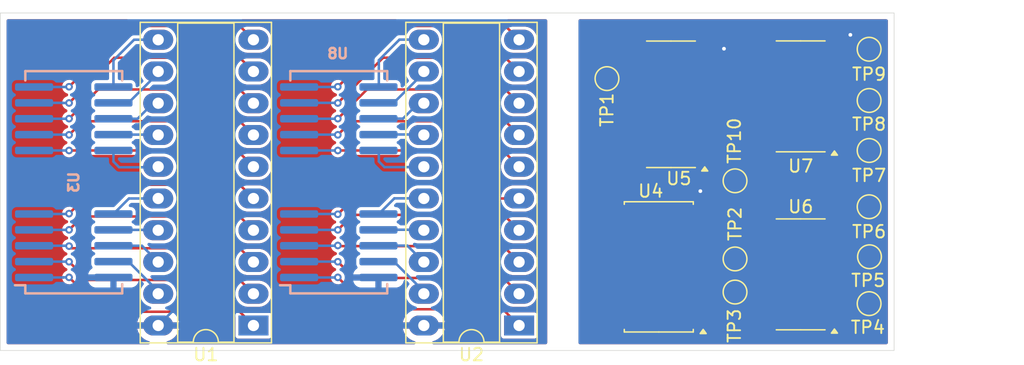
<source format=kicad_pcb>
(kicad_pcb (version 20240108) (generator "pcbnew") (generator_version "8.0")
  (layers (0 "F.Cu" signal) (31 "B.Cu" signal) (34 "B.Paste" user) (35 "F.Paste" user) (36 "B.SilkS" user "B.Silkscreen") (37 "F.SilkS" user "F.Silkscreen") (38 "B.Mask" user) (39 "F.Mask" user) (44 "Edge.Cuts" user))
  (net 0 "")
  (net 1 "VCC")
  (net 2 "GND")
  (net 3 "/A1A")
  (net 4 "/A9A")
  (net 5 "Net-(U4-Rb)")
  (net 10 "/~{CSWR}")
  (net 11 "Net-(U4-Q1)")
  (net 12 "Net-(U4-Ra)")
  (net 15 "Net-(U4-D1)")
  (net 20 "/~{CSRD}")
  (net 28 "Net-(U6-Pad8)")
  (net 29 "Net-(TP6-Pad1)")
  (net 30 "Net-(TP5-Pad1)")
  (net 31 "Net-(TP8-Pad1)")
  (net 32 "Net-(U7-Pad10)")
  (net 33 "Net-(TP7-Pad1)")
  (net 34 "Net-(TP10-Pad1)")
  (net 35 "/A7A")
  (net 36 "/A5A")
  (net 37 "/A6A")
  (net 38 "/~{RASA}")
  (net 39 "/VccA")
  (net 40 "/A4A")
  (net 41 "/A3A")
  (net 42 "/DQ2A")
  (net 43 "/~{CASA}")
  (net 44 "/A2A")
  (net 45 "/~{WEA}")
  (net 46 "/A0A")
  (net 47 "/Vss")
  (net 48 "/DQ0A")
  (net 49 "/A8A")
  (net 50 "/DQ3A")
  (net 51 "/DQ1A")
  (net 52 "/A5B")
  (net 53 "/~{RASB}")
  (net 54 "/A8B")
  (net 55 "/A3B")
  (net 56 "/A0B")
  (net 57 "/DQ0B")
  (net 58 "/DQ2B")
  (net 59 "/~{WEB}")
  (net 60 "/A2B")
  (net 61 "/A9B")
  (net 62 "/DQ3B")
  (net 63 "/A4B")
  (net 64 "/A1B")
  (net 65 "/~{CASB}")
  (net 66 "/VccB")
  (net 67 "/A6B")
  (net 68 "/DQ1B")
  (net 69 "/A7B")
  (net 70 "/~{OEA}")
  (net 71 "/~{OEB}")
  (footprint "Library:break_line" (layer "F.Cu") (at 154 98.8)
    (property "Reference" "REF**" (hide yes))
    (property "Value" "break_line" (hide yes))
    (pad "" np_thru_hole circle (at 0 -12) (size 1 1) (drill 1.2) (layers "F&B.Cu"))
    (pad "" np_thru_hole circle (at 0 -10.5) (size 1 1) (drill 1.2) (layers "F&B.Cu"))
    (pad "" np_thru_hole circle (at 0 -9) (size 1 1) (drill 1.2) (layers "F&B.Cu"))
    (pad "" np_thru_hole circle (at 0 -7.5) (size 1 1) (drill 1.2) (layers "F&B.Cu"))
    (pad "" np_thru_hole circle (at 0 -6) (size 1 1) (drill 1.2) (layers "F&B.Cu"))
    (pad "" np_thru_hole circle (at 0 -4.5) (size 1 1) (drill 1.2) (layers "F&B.Cu"))
    (pad "" np_thru_hole circle (at 0 -3) (size 1 1) (drill 1.2) (layers "F&B.Cu"))
    (pad "" np_thru_hole circle (at 0 -1.5) (size 1 1) (drill 1.2) (layers "F&B.Cu"))
    (pad "" np_thru_hole circle (at 0 0) (size 1 1) (drill 1.2) (layers "F&B.Cu"))
    (pad "" np_thru_hole circle (at 0 1.5) (size 1 1) (drill 1.2) (layers "F&B.Cu"))
    (pad "" np_thru_hole circle (at 0 3) (size 1 1) (drill 1.2) (layers "F&B.Cu"))
    (pad "" np_thru_hole circle (at 0 4.5) (size 1 1) (drill 1.2) (layers "F&B.Cu"))
    (pad "" np_thru_hole circle (at 0 6) (size 1 1) (drill 1.2) (layers "F&B.Cu"))
    (pad "" np_thru_hole circle (at 0 7.5) (size 1 1) (drill 1.2) (layers "F&B.Cu"))
    (pad "" np_thru_hole circle (at 0 9) (size 1 1) (drill 1.2) (layers "F&B.Cu"))
    (pad "" np_thru_hole circle (at 0 10.5) (size 1 1) (drill 1.2) (layers "F&B.Cu"))
    (pad "" np_thru_hole circle (at 0 12) (size 1 1) (drill 1.2) (layers "F&B.Cu"))
  )
  (footprint "TestPoint:TestPoint_Pad_D1.5mm" (layer "F.Cu") (at 178.5 108.5 90)
    (property "Reference" "TP4" (at -1.9 -0.1 0) (layer "F.SilkS"))
    (property "Value" "5V")
    (pad "1" smd circle (at 0 0 90) (size 1.5 1.5) (layers "F.Cu" "F.Mask") (net 1 "VCC"))
  )
  (footprint "Package_SO:SOIC-16W_5.3x10.2mm_P1.27mm" (layer "F.Cu") (at 161.675 105.56 180)
    (property "Reference" "U4" (at 0.645 6.06 0) (layer "F.SilkS"))
    (property "Value" "SN74LS670D" (hide yes))
    (pad "1" smd roundrect (at -3.25 -4.445 180) (size 2.4 0.6) (layers "F.Cu" "F.Paste" "F.Mask"))
    (pad "2" smd roundrect (at -3.25 -3.175 180) (size 2.4 0.6) (layers "F.Cu" "F.Paste" "F.Mask"))
    (pad "3" smd roundrect (at -3.25 -1.905 180) (size 2.4 0.6) (layers "F.Cu" "F.Paste" "F.Mask"))
    (pad "4" smd roundrect (at -3.25 -0.635 180) (size 2.4 0.6) (layers "F.Cu" "F.Paste" "F.Mask") (net 5 "Net-(U4-Rb)"))
    (pad "5" smd roundrect (at -3.25 0.635 180) (size 2.4 0.6) (layers "F.Cu" "F.Paste" "F.Mask") (net 12 "Net-(U4-Ra)"))
    (pad "6" smd roundrect (at -3.25 1.905 180) (size 2.4 0.6) (layers "F.Cu" "F.Paste" "F.Mask"))
    (pad "7" smd roundrect (at -3.25 3.175 180) (size 2.4 0.6) (layers "F.Cu" "F.Paste" "F.Mask"))
    (pad "8" smd roundrect (at -3.25 4.445 180) (size 2.4 0.6) (layers "F.Cu" "F.Paste" "F.Mask") (net 2 "GND"))
    (pad "9" smd roundrect (at 3.25 4.445 180) (size 2.4 0.6) (layers "F.Cu" "F.Paste" "F.Mask"))
    (pad "10" smd roundrect (at 3.25 3.175 180) (size 2.4 0.6) (layers "F.Cu" "F.Paste" "F.Mask") (net 11 "Net-(U4-Q1)"))
    (pad "11" smd roundrect (at 3.25 1.905 180) (size 2.4 0.6) (layers "F.Cu" "F.Paste" "F.Mask") (net 2 "GND"))
    (pad "12" smd roundrect (at 3.25 0.635 180) (size 2.4 0.6) (layers "F.Cu" "F.Paste" "F.Mask") (net 10 "/~{CSWR}"))
    (pad "13" smd roundrect (at 3.25 -0.635 180) (size 2.4 0.6) (layers "F.Cu" "F.Paste" "F.Mask") (net 5 "Net-(U4-Rb)"))
    (pad "14" smd roundrect (at 3.25 -1.905 180) (size 2.4 0.6) (layers "F.Cu" "F.Paste" "F.Mask") (net 12 "Net-(U4-Ra)"))
    (pad "15" smd roundrect (at 3.25 -3.175 180) (size 2.4 0.6) (layers "F.Cu" "F.Paste" "F.Mask") (net 15 "Net-(U4-D1)"))
    (pad "16" smd roundrect (at 3.25 -4.445 180) (size 2.4 0.6) (layers "F.Cu" "F.Paste" "F.Mask") (net 1 "VCC"))
  )
  (footprint "Package_SO:SOIC-14_3.9x8.7mm_P1.27mm" (layer "F.Cu") (at 173.025 106.16 180)
    (property "Reference" "U6" (at -0.005 5.41 0) (layer "F.SilkS"))
    (property "Value" "CD74HCT30M96" (hide yes))
    (pad "1" smd roundrect (at -2.475 -3.81 180) (size 1.95 0.6) (layers "F.Cu" "F.Paste" "F.Mask") (net 1 "VCC"))
    (pad "2" smd roundrect (at -2.475 -2.54 180) (size 1.95 0.6) (layers "F.Cu" "F.Paste" "F.Mask") (net 1 "VCC"))
    (pad "3" smd roundrect (at -2.475 -1.27 180) (size 1.95 0.6) (layers "F.Cu" "F.Paste" "F.Mask") (net 1 "VCC"))
    (pad "4" smd roundrect (at -2.475 0 180) (size 1.95 0.6) (layers "F.Cu" "F.Paste" "F.Mask") (net 1 "VCC"))
    (pad "5" smd roundrect (at -2.475 1.27 180) (size 1.95 0.6) (layers "F.Cu" "F.Paste" "F.Mask") (net 30 "Net-(TP5-Pad1)"))
    (pad "6" smd roundrect (at -2.475 2.54 180) (size 1.95 0.6) (layers "F.Cu" "F.Paste" "F.Mask") (net 29 "Net-(TP6-Pad1)"))
    (pad "7" smd roundrect (at -2.475 3.81 180) (size 1.95 0.6) (layers "F.Cu" "F.Paste" "F.Mask") (net 2 "GND"))
    (pad "8" smd roundrect (at 2.475 3.81 180) (size 1.95 0.6) (layers "F.Cu" "F.Paste" "F.Mask") (net 28 "Net-(U6-Pad8)"))
    (pad "9" smd roundrect (at 2.475 2.54 180) (size 1.95 0.6) (layers "F.Cu" "F.Paste" "F.Mask"))
    (pad "10" smd roundrect (at 2.475 1.27 180) (size 1.95 0.6) (layers "F.Cu" "F.Paste" "F.Mask"))
    (pad "11" smd roundrect (at 2.475 0 180) (size 1.95 0.6) (layers "F.Cu" "F.Paste" "F.Mask") (net 1 "VCC"))
    (pad "12" smd roundrect (at 2.475 -1.27 180) (size 1.95 0.6) (layers "F.Cu" "F.Paste" "F.Mask") (net 1 "VCC"))
    (pad "13" smd roundrect (at 2.475 -2.54 180) (size 1.95 0.6) (layers "F.Cu" "F.Paste" "F.Mask"))
    (pad "14" smd roundrect (at 2.475 -3.81 180) (size 1.95 0.6) (layers "F.Cu" "F.Paste" "F.Mask") (net 1 "VCC"))
  )
  (footprint "TestPoint:TestPoint_Pad_D1.5mm" (layer "F.Cu") (at 178.53 104.75 90)
    (property "Reference" "TP5" (at -1.9 -0.1 0) (layer "F.SilkS"))
    (property "Value" "A4")
    (pad "1" smd circle (at 0 0 90) (size 1.5 1.5) (layers "F.Cu" "F.Mask") (net 30 "Net-(TP5-Pad1)"))
  )
  (footprint "Library:DIP-20_W7.62mm_B2B" (layer "F.Cu") (at 129.25 110.25 180)
    (property "Reference" "U1" (at 3.81 -2.33 180) (layer "F.SilkS"))
    (property "Value" "220-1-20-003")
    (pad "1" thru_hole rect (at 0 0 180) (size 2.4 1.6) (drill 0.9) (layers "*.Cu" "*.Mask") (net 48 "/DQ0A"))
    (pad "2" thru_hole oval (at 0 2.54 180) (size 2.4 1.6) (drill 0.9) (layers "*.Cu" "*.Mask") (net 51 "/DQ1A"))
    (pad "3" thru_hole oval (at 0 5.08 180) (size 2.4 1.6) (drill 0.9) (layers "*.Cu" "*.Mask") (net 45 "/~{WEA}"))
    (pad "4" thru_hole oval (at 0 7.62 180) (size 2.4 1.6) (drill 0.9) (layers "*.Cu" "*.Mask") (net 38 "/~{RASA}"))
    (pad "5" thru_hole oval (at 0 10.16 180) (size 2.4 1.6) (drill 0.9) (layers "*.Cu" "*.Mask") (net 4 "/A9A"))
    (pad "6" thru_hole oval (at 0 12.7 180) (size 2.4 1.6) (drill 0.9) (layers "*.Cu" "*.Mask") (net 46 "/A0A"))
    (pad "7" thru_hole oval (at 0 15.24 180) (size 2.4 1.6) (drill 0.9) (layers "*.Cu" "*.Mask") (net 3 "/A1A"))
    (pad "8" thru_hole oval (at 0 17.78 180) (size 2.4 1.6) (drill 0.9) (layers "*.Cu" "*.Mask") (net 44 "/A2A"))
    (pad "9" thru_hole oval (at 0 20.32 180) (size 2.4 1.6) (drill 0.9) (layers "*.Cu" "*.Mask") (net 41 "/A3A"))
    (pad "10" thru_hole oval (at 0 22.86 180) (size 2.4 1.6) (drill 0.9) (layers "*.Cu" "*.Mask") (net 39 "/VccA"))
    (pad "11" thru_hole oval (at 7.62 22.86 180) (size 2.4 1.6) (drill 0.9) (layers "*.Cu" "*.Mask") (net 40 "/A4A"))
    (pad "12" thru_hole oval (at 7.62 20.32 180) (size 2.4 1.6) (drill 0.9) (layers "*.Cu" "*.Mask") (net 36 "/A5A"))
    (pad "13" thru_hole oval (at 7.62 17.78 180) (size 2.4 1.6) (drill 0.9) (layers "*.Cu" "*.Mask") (net 37 "/A6A"))
    (pad "14" thru_hole oval (at 7.62 15.24 180) (size 2.4 1.6) (drill 0.9) (layers "*.Cu" "*.Mask") (net 35 "/A7A"))
    (pad "15" thru_hole oval (at 7.62 12.7 180) (size 2.4 1.6) (drill 0.9) (layers "*.Cu" "*.Mask") (net 49 "/A8A"))
    (pad "16" thru_hole oval (at 7.62 10.16 180) (size 2.4 1.6) (drill 0.9) (layers "*.Cu" "*.Mask") (net 70 "/~{OEA}"))
    (pad "17" thru_hole oval (at 7.62 7.62 180) (size 2.4 1.6) (drill 0.9) (layers "*.Cu" "*.Mask") (net 43 "/~{CASA}"))
    (pad "18" thru_hole oval (at 7.62 5.08 180) (size 2.4 1.6) (drill 0.9) (layers "*.Cu" "*.Mask") (net 42 "/DQ2A"))
    (pad "19" thru_hole oval (at 7.62 2.54 180) (size 2.4 1.6) (drill 0.9) (layers "*.Cu" "*.Mask") (net 50 "/DQ3A"))
    (pad "20" thru_hole oval (at 7.62 0 180) (size 2.4 1.6) (drill 0.9) (layers "*.Cu" "*.Mask") (net 47 "/Vss"))
  )
  (footprint "Package_SO:SOIC-16_3.9x9.9mm_P1.27mm" (layer "F.Cu") (at 162.65 92.555 180)
    (property "Reference" "U5" (at -0.63 -5.945 0) (layer "F.SilkS"))
    (property "Value" "CD74HCT367M96" (hide yes))
    (pad "1" smd roundrect (at -2.475 -4.445 180) (size 1.95 0.6) (layers "F.Cu" "F.Paste" "F.Mask"))
    (pad "2" smd roundrect (at -2.475 -3.175 180) (size 1.95 0.6) (layers "F.Cu" "F.Paste" "F.Mask"))
    (pad "3" smd roundrect (at -2.475 -1.905 180) (size 1.95 0.6) (layers "F.Cu" "F.Paste" "F.Mask"))
    (pad "4" smd roundrect (at -2.475 -0.635 180) (size 1.95 0.6) (layers "F.Cu" "F.Paste" "F.Mask"))
    (pad "5" smd roundrect (at -2.475 0.635 180) (size 1.95 0.6) (layers "F.Cu" "F.Paste" "F.Mask"))
    (pad "6" smd roundrect (at -2.475 1.905 180) (size 1.95 0.6) (layers "F.Cu" "F.Paste" "F.Mask"))
    (pad "7" smd roundrect (at -2.475 3.175 180) (size 1.95 0.6) (layers "F.Cu" "F.Paste" "F.Mask"))
    (pad "8" smd roundrect (at -2.475 4.445 180) (size 1.95 0.6) (layers "F.Cu" "F.Paste" "F.Mask") (net 2 "GND"))
    (pad "9" smd roundrect (at 2.475 4.445 180) (size 1.95 0.6) (layers "F.Cu" "F.Paste" "F.Mask"))
    (pad "10" smd roundrect (at 2.475 3.175 180) (size 1.95 0.6) (layers "F.Cu" "F.Paste" "F.Mask"))
    (pad "11" smd roundrect (at 2.475 1.905 180) (size 1.95 0.6) (layers "F.Cu" "F.Paste" "F.Mask") (net 15 "Net-(U4-D1)"))
    (pad "12" smd roundrect (at 2.475 0.635 180) (size 1.95 0.6) (layers "F.Cu" "F.Paste" "F.Mask") (net 11 "Net-(U4-Q1)"))
    (pad "13" smd roundrect (at 2.475 -0.635 180) (size 1.95 0.6) (layers "F.Cu" "F.Paste" "F.Mask"))
    (pad "14" smd roundrect (at 2.475 -1.905 180) (size 1.95 0.6) (layers "F.Cu" "F.Paste" "F.Mask"))
    (pad "15" smd roundrect (at 2.475 -3.175 180) (size 1.95 0.6) (layers "F.Cu" "F.Paste" "F.Mask") (net 20 "/~{CSRD}"))
    (pad "16" smd roundrect (at 2.475 -4.445 180) (size 1.95 0.6) (layers "F.Cu" "F.Paste" "F.Mask") (net 1 "VCC"))
  )
  (footprint "TestPoint:TestPoint_Pad_D1.5mm" (layer "F.Cu") (at 167.775 107.575 90)
    (property "Reference" "TP3" (at -2.7 -0.05 90) (layer "F.SilkS"))
    (property "Value" "A1")
    (pad "1" smd circle (at 0 0 90) (size 1.5 1.5) (layers "F.Cu" "F.Mask") (net 5 "Net-(U4-Rb)"))
  )
  (footprint "TestPoint:TestPoint_Pad_D1.5mm" (layer "F.Cu") (at 178.5 100.75 90)
    (property "Reference" "TP6" (at -2 0 0) (layer "F.SilkS"))
    (property "Value" "A2")
    (pad "1" smd circle (at 0 0 90) (size 1.5 1.5) (layers "F.Cu" "F.Mask") (net 29 "Net-(TP6-Pad1)"))
  )
  (footprint "TestPoint:TestPoint_Pad_D1.5mm" (layer "F.Cu") (at 157.53 90.5 90)
    (property "Reference" "TP1" (at -2.5 0 90) (layer "F.SilkS"))
    (property "Value" "D6")
    (pad "1" smd circle (at 0 0 90) (size 1.5 1.5) (layers "F.Cu" "F.Mask") (net 15 "Net-(U4-D1)"))
  )
  (footprint "Package_SO:SOIC-14_3.9x8.7mm_P1.27mm" (layer "F.Cu") (at 173.025 91.92 180)
    (property "Reference" "U7" (at 0 -5.58 0) (layer "F.SilkS"))
    (property "Value" "SN74HCT32DR" (hide yes))
    (pad "1" smd roundrect (at -2.475 -3.81 180) (size 1.95 0.6) (layers "F.Cu" "F.Paste" "F.Mask") (net 28 "Net-(U6-Pad8)"))
    (pad "2" smd roundrect (at -2.475 -2.54 180) (size 1.95 0.6) (layers "F.Cu" "F.Paste" "F.Mask") (net 33 "Net-(TP7-Pad1)"))
    (pad "3" smd roundrect (at -2.475 -1.27 180) (size 1.95 0.6) (layers "F.Cu" "F.Paste" "F.Mask") (net 32 "Net-(U7-Pad10)"))
    (pad "4" smd roundrect (at -2.475 0 180) (size 1.95 0.6) (layers "F.Cu" "F.Paste" "F.Mask") (net 32 "Net-(U7-Pad10)"))
    (pad "5" smd roundrect (at -2.475 1.27 180) (size 1.95 0.6) (layers "F.Cu" "F.Paste" "F.Mask") (net 31 "Net-(TP8-Pad1)"))
    (pad "6" smd roundrect (at -2.475 2.54 180) (size 1.95 0.6) (layers "F.Cu" "F.Paste" "F.Mask") (net 10 "/~{CSWR}"))
    (pad "7" smd roundrect (at -2.475 3.81 180) (size 1.95 0.6) (layers "F.Cu" "F.Paste" "F.Mask") (net 2 "GND"))
    (pad "8" smd roundrect (at 2.475 3.81 180) (size 1.95 0.6) (layers "F.Cu" "F.Paste" "F.Mask") (net 20 "/~{CSRD}"))
    (pad "9" smd roundrect (at 2.475 2.54 180) (size 1.95 0.6) (layers "F.Cu" "F.Paste" "F.Mask") (net 34 "Net-(TP10-Pad1)"))
    (pad "10" smd roundrect (at 2.475 1.27 180) (size 1.95 0.6) (layers "F.Cu" "F.Paste" "F.Mask") (net 32 "Net-(U7-Pad10)"))
    (pad "11" smd roundrect (at 2.475 0 180) (size 1.95 0.6) (layers "F.Cu" "F.Paste" "F.Mask"))
    (pad "12" smd roundrect (at 2.475 -1.27 180) (size 1.95 0.6) (layers "F.Cu" "F.Paste" "F.Mask"))
    (pad "13" smd roundrect (at 2.475 -2.54 180) (size 1.95 0.6) (layers "F.Cu" "F.Paste" "F.Mask"))
    (pad "14" smd roundrect (at 2.475 -3.81 180) (size 1.95 0.6) (layers "F.Cu" "F.Paste" "F.Mask") (net 1 "VCC"))
  )
  (footprint "TestPoint:TestPoint_Pad_D1.5mm" (layer "F.Cu") (at 178.5 88.15 90)
    (property "Reference" "TP9" (at -2 0 0) (layer "F.SilkS"))
    (property "Value" "GND")
    (pad "1" smd circle (at 0 0 90) (size 1.5 1.5) (layers "F.Cu" "F.Mask") (net 2 "GND"))
  )
  (footprint "TestPoint:TestPoint_Pad_D1.5mm" (layer "F.Cu") (at 167.775 98.675 90)
    (property "Reference" "TP10" (at 3.2 -0.05 90) (layer "F.SilkS"))
    (property "Value" "nIORD")
    (pad "1" smd circle (at 0 0 90) (size 1.5 1.5) (layers "F.Cu" "F.Mask") (net 34 "Net-(TP10-Pad1)"))
  )
  (footprint "TestPoint:TestPoint_Pad_D1.5mm" (layer "F.Cu") (at 178.5 92.25 90)
    (property "Reference" "TP8" (at -1.9 0 0) (layer "F.SilkS"))
    (property "Value" "nIOWR")
    (pad "1" smd circle (at 0 0 90) (size 1.5 1.5) (layers "F.Cu" "F.Mask") (net 31 "Net-(TP8-Pad1)"))
  )
  (footprint "TestPoint:TestPoint_Pad_D1.5mm" (layer "F.Cu") (at 167.775 104.925 90)
    (property "Reference" "TP2" (at 2.8 0 90) (layer "F.SilkS"))
    (property "Value" "A0")
    (pad "1" smd circle (at 0 0 90) (size 1.5 1.5) (layers "F.Cu" "F.Mask") (net 12 "Net-(U4-Ra)"))
  )
  (footprint "Library:DIP-20_W7.62mm_B2B" (layer "F.Cu") (at 150.5 110.25 180)
    (property "Reference" "U2" (at 3.81 -2.33 180) (layer "F.SilkS"))
    (property "Value" "220-1-20-003")
    (pad "1" thru_hole rect (at 0 0 180) (size 2.4 1.6) (drill 0.9) (layers "*.Cu" "*.Mask") (net 57 "/DQ0B"))
    (pad "2" thru_hole oval (at 0 2.54 180) (size 2.4 1.6) (drill 0.9) (layers "*.Cu" "*.Mask") (net 68 "/DQ1B"))
    (pad "3" thru_hole oval (at 0 5.08 180) (size 2.4 1.6) (drill 0.9) (layers "*.Cu" "*.Mask") (net 59 "/~{WEB}"))
    (pad "4" thru_hole oval (at 0 7.62 180) (size 2.4 1.6) (drill 0.9) (layers "*.Cu" "*.Mask") (net 53 "/~{RASB}"))
    (pad "5" thru_hole oval (at 0 10.16 180) (size 2.4 1.6) (drill 0.9) (layers "*.Cu" "*.Mask") (net 61 "/A9B"))
    (pad "6" thru_hole oval (at 0 12.7 180) (size 2.4 1.6) (drill 0.9) (layers "*.Cu" "*.Mask") (net 56 "/A0B"))
    (pad "7" thru_hole oval (at 0 15.24 180) (size 2.4 1.6) (drill 0.9) (layers "*.Cu" "*.Mask") (net 64 "/A1B"))
    (pad "8" thru_hole oval (at 0 17.78 180) (size 2.4 1.6) (drill 0.9) (layers "*.Cu" "*.Mask") (net 60 "/A2B"))
    (pad "9" thru_hole oval (at 0 20.32 180) (size 2.4 1.6) (drill 0.9) (layers "*.Cu" "*.Mask") (net 55 "/A3B"))
    (pad "10" thru_hole oval (at 0 22.86 180) (size 2.4 1.6) (drill 0.9) (layers "*.Cu" "*.Mask") (net 66 "/VccB"))
    (pad "11" thru_hole oval (at 7.62 22.86 180) (size 2.4 1.6) (drill 0.9) (layers "*.Cu" "*.Mask") (net 63 "/A4B"))
    (pad "12" thru_hole oval (at 7.62 20.32 180) (size 2.4 1.6) (drill 0.9) (layers "*.Cu" "*.Mask") (net 52 "/A5B"))
    (pad "13" thru_hole oval (at 7.62 17.78 180) (size 2.4 1.6) (drill 0.9) (layers "*.Cu" "*.Mask") (net 67 "/A6B"))
    (pad "14" thru_hole oval (at 7.62 15.24 180) (size 2.4 1.6) (drill 0.9) (layers "*.Cu" "*.Mask") (net 69 "/A7B"))
    (pad "15" thru_hole oval (at 7.62 12.7 180) (size 2.4 1.6) (drill 0.9) (layers "*.Cu" "*.Mask") (net 54 "/A8B"))
    (pad "16" thru_hole oval (at 7.62 10.16 180) (size 2.4 1.6) (drill 0.9) (layers "*.Cu" "*.Mask") (net 71 "/~{OEB}"))
    (pad "17" thru_hole oval (at 7.62 7.62 180) (size 2.4 1.6) (drill 0.9) (layers "*.Cu" "*.Mask") (net 65 "/~{CASB}"))
    (pad "18" thru_hole oval (at 7.62 5.08 180) (size 2.4 1.6) (drill 0.9) (layers "*.Cu" "*.Mask") (net 58 "/DQ2B"))
    (pad "19" thru_hole oval (at 7.62 2.54 180) (size 2.4 1.6) (drill 0.9) (layers "*.Cu" "*.Mask") (net 62 "/DQ3B"))
    (pad "20" thru_hole oval (at 7.62 0 180) (size 2.4 1.6) (drill 0.9) (layers "*.Cu" "*.Mask") (net 47 "/Vss"))
  )
  (footprint "TestPoint:TestPoint_Pad_D1.5mm" (layer "F.Cu") (at 178.5 96.25 90)
    (property "Reference" "TP7" (at -2 0 0) (layer "F.SilkS"))
    (property "Value" "nA[3/5/6/7]")
    (pad "1" smd circle (at 0 0 90) (size 1.5 1.5) (layers "F.Cu" "F.Mask") (net 33 "Net-(TP7-Pad1)"))
  )
  (footprint "Library:SOJ-20-26_300mil" (layer "B.Cu") (at 136.075 98.79)
    (property "Reference" "U8")
    (property "Value" "KM44C1000")
    (fp_text user "${REFERENCE}" (at -0.075 -10.29 180) (layer "B.SilkS") (effects (font (size 0.8128 0.8128) (thickness 0.2032)) (justify mirror)))
    (pad "1" smd roundrect (at -3.175 7.62) (size 3.048 0.6) (layers "B.Cu" "B.Paste" "B.Mask") (net 57 "/DQ0B"))
    (pad "2" smd roundrect (at -3.175 6.35) (size 3.048 0.6) (layers "B.Cu" "B.Paste" "B.Mask") (net 68 "/DQ1B"))
    (pad "3" smd roundrect (at -3.175 5.08) (size 3.048 0.6) (layers "B.Cu" "B.Paste" "B.Mask") (net 59 "/~{WEB}"))
    (pad "4" smd roundrect (at -3.175 3.81) (size 3.048 0.6) (layers "B.Cu" "B.Paste" "B.Mask") (net 53 "/~{RASB}"))
    (pad "5" smd roundrect (at -3.175 2.54) (size 3.048 0.6) (layers "B.Cu" "B.Paste" "B.Mask") (net 61 "/A9B"))
    (pad "6" smd roundrect (at -3.175 -2.54) (size 3.048 0.6) (layers "B.Cu" "B.Paste" "B.Mask") (net 56 "/A0B"))
    (pad "7" smd roundrect (at -3.175 -3.81) (size 3.048 0.6) (layers "B.Cu" "B.Paste" "B.Mask") (net 64 "/A1B"))
    (pad "8" smd roundrect (at -3.175 -5.08) (size 3.048 0.6) (layers "B.Cu" "B.Paste" "B.Mask") (net 60 "/A2B"))
    (pad "9" smd roundrect (at -3.175 -6.35) (size 3.048 0.6) (layers "B.Cu" "B.Paste" "B.Mask") (net 55 "/A3B"))
    (pad "10" smd roundrect (at -3.175 -7.62) (size 3.048 0.6) (layers "B.Cu" "B.Paste" "B.Mask") (net 66 "/VccB"))
    (pad "11" smd roundrect (at 3.175 -7.62) (size 3.048 0.6) (layers "B.Cu" "B.Paste" "B.Mask") (net 63 "/A4B"))
    (pad "12" smd roundrect (at 3.175 -6.35) (size 3.048 0.6) (layers "B.Cu" "B.Paste" "B.Mask") (net 52 "/A5B"))
    (pad "13" smd roundrect (at 3.175 -5.08) (size 3.048 0.6) (layers "B.Cu" "B.Paste" "B.Mask") (net 67 "/A6B"))
    (pad "14" smd roundrect (at 3.175 -3.81) (size 3.048 0.6) (layers "B.Cu" "B.Paste" "B.Mask") (net 69 "/A7B"))
    (pad "15" smd roundrect (at 3.175 -2.54) (size 3.048 0.6) (layers "B.Cu" "B.Paste" "B.Mask") (net 54 "/A8B"))
    (pad "16" smd roundrect (at 3.175 2.54) (size 3.048 0.6) (layers "B.Cu" "B.Paste" "B.Mask") (net 71 "/~{OEB}"))
    (pad "17" smd roundrect (at 3.175 3.81) (size 3.048 0.6) (layers "B.Cu" "B.Paste" "B.Mask") (net 65 "/~{CASB}"))
    (pad "18" smd roundrect (at 3.175 5.08) (size 3.048 0.6) (layers "B.Cu" "B.Paste" "B.Mask") (net 58 "/DQ2B"))
    (pad "19" smd roundrect (at 3.175 6.35) (size 3.048 0.6) (layers "B.Cu" "B.Paste" "B.Mask") (net 62 "/DQ3B"))
    (pad "20" smd roundrect (at 3.175 7.62) (size 3.048 0.6) (layers "B.Cu" "B.Paste" "B.Mask") (net 47 "/Vss"))
  )
  (footprint "Library:SOJ-20-26_300mil" (layer "B.Cu") (at 114.875 98.79)
    (property "Reference" "U3")
    (property "Value" "KM44C1000")
    (fp_text user "${REFERENCE}" (at 0 0 -90) (layer "B.SilkS") (effects (font (size 0.8128 0.8128) (thickness 0.2032)) (justify mirror)))
    (pad "1" smd roundrect (at -3.175 7.62) (size 3.048 0.6) (layers "B.Cu" "B.Paste" "B.Mask") (net 48 "/DQ0A"))
    (pad "2" smd roundrect (at -3.175 6.35) (size 3.048 0.6) (layers "B.Cu" "B.Paste" "B.Mask") (net 51 "/DQ1A"))
    (pad "3" smd roundrect (at -3.175 5.08) (size 3.048 0.6) (layers "B.Cu" "B.Paste" "B.Mask") (net 45 "/~{WEA}"))
    (pad "4" smd roundrect (at -3.175 3.81) (size 3.048 0.6) (layers "B.Cu" "B.Paste" "B.Mask") (net 38 "/~{RASA}"))
    (pad "5" smd roundrect (at -3.175 2.54) (size 3.048 0.6) (layers "B.Cu" "B.Paste" "B.Mask") (net 4 "/A9A"))
    (pad "6" smd roundrect (at -3.175 -2.54) (size 3.048 0.6) (layers "B.Cu" "B.Paste" "B.Mask") (net 46 "/A0A"))
    (pad "7" smd roundrect (at -3.175 -3.81) (size 3.048 0.6) (layers "B.Cu" "B.Paste" "B.Mask") (net 3 "/A1A"))
    (pad "8" smd roundrect (at -3.175 -5.08) (size 3.048 0.6) (layers "B.Cu" "B.Paste" "B.Mask") (net 44 "/A2A"))
    (pad "9" smd roundrect (at -3.175 -6.35) (size 3.048 0.6) (layers "B.Cu" "B.Paste" "B.Mask") (net 41 "/A3A"))
    (pad "10" smd roundrect (at -3.175 -7.62) (size 3.048 0.6) (layers "B.Cu" "B.Paste" "B.Mask") (net 39 "/VccA"))
    (pad "11" smd roundrect (at 3.175 -7.62) (size 3.048 0.6) (layers "B.Cu" "B.Paste" "B.Mask") (net 40 "/A4A"))
    (pad "12" smd roundrect (at 3.175 -6.35) (size 3.048 0.6) (layers "B.Cu" "B.Paste" "B.Mask") (net 36 "/A5A"))
    (pad "13" smd roundrect (at 3.175 -5.08) (size 3.048 0.6) (layers "B.Cu" "B.Paste" "B.Mask") (net 37 "/A6A"))
    (pad "14" smd roundrect (at 3.175 -3.81) (size 3.048 0.6) (layers "B.Cu" "B.Paste" "B.Mask") (net 35 "/A7A"))
    (pad "15" smd roundrect (at 3.175 -2.54) (size 3.048 0.6) (layers "B.Cu" "B.Paste" "B.Mask") (net 49 "/A8A"))
    (pad "16" smd roundrect (at 3.175 2.54) (size 3.048 0.6) (layers "B.Cu" "B.Paste" "B.Mask") (net 70 "/~{OEA}"))
    (pad "17" smd roundrect (at 3.175 3.81) (size 3.048 0.6) (layers "B.Cu" "B.Paste" "B.Mask") (net 43 "/~{CASA}"))
    (pad "18" smd roundrect (at 3.175 5.08) (size 3.048 0.6) (layers "B.Cu" "B.Paste" "B.Mask") (net 42 "/DQ2A"))
    (pad "19" smd roundrect (at 3.175 6.35) (size 3.048 0.6) (layers "B.Cu" "B.Paste" "B.Mask") (net 50 "/DQ3A"))
    (pad "20" smd roundrect (at 3.175 7.62) (size 3.048 0.6) (layers "B.Cu" "B.Paste" "B.Mask") (net 47 "/Vss"))
  )
  (gr_rect (start 109 85.25) (end 180.5 112.25) (stroke (width 0.05)) (fill none) (layer "Edge.Cuts"))
  (segment (start 178.15 108.5) (end 178.5 108.5) (width 0.2) (layer "F.Cu") (net 1))
  (segment (start 169.39 104.29) (end 171.805 104.29) (width 0.2) (layer "F.Cu") (net 1))
  (segment (start 160.175 98.175) (end 160.175 97) (width 0.2) (layer "F.Cu") (net 1))
  (segment (start 172.325 107.925) (end 171.83 107.43) (width 0.2) (layer "F.Cu") (net 1))
  (segment (start 161.775 110.975) (end 160.825 110.025) (width 0.2) (layer "F.Cu") (net 1))
  (segment (start 169.025 103.925) (end 169.39 104.29) (width 0.2) (layer "F.Cu") (net 1))
  (segment (start 170.575 100.125) (end 169.025 101.675) (width 0.2) (layer "F.Cu") (net 1))
  (segment (start 175.5 107.43) (end 175.5 108.7) (width 0.2) (layer "F.Cu") (net 1))
  (segment (start 170.55 110.6) (end 170.175 110.975) (width 0.2) (layer "F.Cu") (net 1))
  (segment (start 175.5 109.97) (end 175.5 108.7) (width 0.2) (layer "F.Cu") (net 1))
  (segment (start 170.55 95.73) (end 170.575 95.755) (width 0.2) (layer "F.Cu") (net 1))
  (segment (start 172.32 109.97) (end 173.31 110.96) (width 0.2) (layer "F.Cu") (net 1))
  (segment (start 173.31 110.96) (end 174.99 110.96) (width 0.2) (layer "F.Cu") (net 1))
  (segment (start 172.275 105.725) (end 171.84 106.16) (width 0.2) (layer "F.Cu") (net 1))
  (segment (start 171.84 106.16) (end 170.55 106.16) (width 0.2) (layer "F.Cu") (net 1))
  (segment (start 158.425 110.005) (end 157.225001 110.005) (width 0.2) (layer "F.Cu") (net 1))
  (segment (start 171.83 107.43) (end 170.55 107.43) (width 0.2) (layer "F.Cu") (net 1))
  (segment (start 170.55 109.97) (end 171.524999 109.97) (width 0.2) (layer "F.Cu") (net 1))
  (segment (start 170.55 107.43) (end 170.55 106.16) (width 0.2) (layer "F.Cu") (net 1))
  (segment (start 157.159314 99.175) (end 159.175 99.175) (width 0.2) (layer "F.Cu") (net 1))
  (segment (start 175.5 109.97) (end 176.68 109.97) (width 0.2) (layer "F.Cu") (net 1))
  (segment (start 170.55 106.16) (end 170.55 106.185) (width 0.2) (layer "F.Cu") (net 1))
  (segment (start 172.325 109.965) (end 172.325 107.925) (width 0.2) (layer "F.Cu") (net 1))
  (segment (start 156.025 100.309314) (end 157.159314 99.175) (width 0.2) (layer "F.Cu") (net 1))
  (segment (start 170.55 109.97) (end 170.55 110.6) (width 0.2) (layer "F.Cu") (net 1))
  (segment (start 171.805 104.29) (end 172.275 104.76) (width 0.2) (layer "F.Cu") (net 1))
  (segment (start 175.5 110.45) (end 175.5 109.97) (width 0.2) (layer "F.Cu") (net 1))
  (segment (start 175.5 106.16) (end 175.5 107.43) (width 0.2) (layer "F.Cu") (net 1))
  (segment (start 158.445 110.025) (end 158.425 110.005) (width 0.2) (layer "F.Cu") (net 1))
  (segment (start 169.025 101.675) (end 169.025 103.925) (width 0.2) (layer "F.Cu") (net 1))
  (segment (start 170.55 107.43) (end 171.455 107.43) (width 0.2) (layer "F.Cu") (net 1))
  (segment (start 172.32 109.97) (end 172.325 109.965) (width 0.2) (layer "F.Cu") (net 1))
  (segment (start 170.575 95.755) (end 170.575 100.125) (width 0.2) (layer "F.Cu") (net 1))
  (segment (start 160.825 110.025) (end 158.445 110.025) (width 0.2) (layer "F.Cu") (net 1))
  (segment (start 174.99 110.96) (end 175.5 110.45) (width 0.2) (layer "F.Cu") (net 1))
  (segment (start 156.025 108.804999) (end 156.025 100.309314) (width 0.2) (layer "F.Cu") (net 1))
  (segment (start 170.55 109.97) (end 172.32 109.97) (width 0.2) (layer "F.Cu") (net 1))
  (segment (start 159.175 99.175) (end 160.175 98.175) (width 0.2) (layer "F.Cu") (net 1))
  (segment (start 170.55 106.185) (end 170.575 106.21) (width 0.2) (layer "F.Cu") (net 1))
  (segment (start 170.175 110.975) (end 161.775 110.975) (width 0.2) (layer "F.Cu") (net 1))
  (segment (start 157.225001 110.005) (end 156.025 108.804999) (width 0.2) (layer "F.Cu") (net 1))
  (segment (start 176.68 109.97) (end 178.15 108.5) (width 0.2) (layer "F.Cu") (net 1))
  (segment (start 172.275 104.76) (end 172.275 105.725) (width 0.2) (layer "F.Cu") (net 1))
  (segment (start 178.5 88.15) (end 178.46 88.11) (width 0.2) (layer "F.Cu") (net 2))
  (segment (start 179.725 97.925) (end 179.725 89.375) (width 0.2) (layer "F.Cu") (net 2))
  (segment (start 175.5 100.15) (end 176.65 99) (width 0.2) (layer "F.Cu") (net 2))
  (segment (start 178.65 99) (end 179.725 97.925) (width 0.2) (layer "F.Cu") (net 2))
  (segment (start 175.5 102.35) (end 175.5 100.15) (width 0.2) (layer "F.Cu") (net 2))
  (segment (start 176.65 99) (end 178.65 99) (width 0.2) (layer "F.Cu") (net 2))
  (segment (start 165.125 88.11) (end 166.89 88.11) (width 0.2) (layer "F.Cu") (net 2))
  (segment (start 178.46 88.11) (end 175.5 88.11) (width 0.2) (layer "F.Cu") (net 2))
  (segment (start 174.9 88.71) (end 167.49 88.71) (width 0.2) (layer "F.Cu") (net 2))
  (segment (start 162.735 101.115) (end 160.195 103.655) (width 0.2) (layer "F.Cu") (net 2))
  (segment (start 164.925 99.575) (end 165 99.5) (width 0.2) (layer "F.Cu") (net 2))
  (segment (start 164.925 101.115) (end 162.735 101.115) (width 0.2) (layer "F.Cu") (net 2))
  (segment (start 164.925 101.115) (end 164.925 99.575) (width 0.2) (layer "F.Cu") (net 2))
  (segment (start 167.49 88.71) (end 166.89 88.11) (width 0.2) (layer "F.Cu") (net 2))
  (segment (start 178.15 88.15) (end 177 87) (width 0.2) (layer "F.Cu") (net 2))
  (segment (start 178.5 88.15) (end 178.15 88.15) (width 0.2) (layer "F.Cu") (net 2))
  (segment (start 175.5 88.11) (end 174.9 88.71) (width 0.2) (layer "F.Cu") (net 2))
  (segment (start 160.195 103.655) (end 158.425 103.655) (width 0.2) (layer "F.Cu") (net 2))
  (segment (start 179.725 89.375) (end 178.5 88.15) (width 0.2) (layer "F.Cu") (net 2))
  (via (at 165 99.5) (size 0.6) (drill 0.3) (layers "F.Cu" "B.Cu") (net 2))
  (via (at 166.89 88.11) (size 0.6) (drill 0.3) (layers "F.Cu" "B.Cu") (net 2))
  (via (at 177 87) (size 0.6) (drill 0.3) (layers "F.Cu" "B.Cu") (net 2))
  (segment (start 168 87) (end 166.89 88.11) (width 0.2) (layer "B.Cu") (net 2))
  (segment (start 166.89 97.61) (end 166.89 88.11) (width 0.2) (layer "B.Cu") (net 2))
  (segment (start 165 99.5) (end 166.89 97.61) (width 0.2) (layer "B.Cu") (net 2))
  (segment (start 177 87) (end 168 87) (width 0.2) (layer "B.Cu") (net 2))
  (segment (start 115.59 93.91) (end 114.5 95) (width 0.2) (layer "F.Cu") (net 3))
  (segment (start 128.15 93.91) (end 115.59 93.91) (width 0.2) (layer "F.Cu") (net 3))
  (segment (start 129.25 95.01) (end 128.15 93.91) (width 0.2) (layer "F.Cu") (net 3))
  (via (at 114.5 95) (size 0.6) (drill 0.3) (layers "F.Cu" "B.Cu") (net 3))
  (segment (start 114.48 94.98) (end 111.7 94.98) (width 0.2) (layer "B.Cu") (net 3))
  (segment (start 114.5 95) (end 114.48 94.98) (width 0.2) (layer "B.Cu") (net 3))
  (segment (start 116.81 98.99) (end 114.5 101.3) (width 0.2) (layer "F.Cu") (net 4))
  (segment (start 129.25 100.09) (end 128.15 98.99) (width 0.2) (layer "F.Cu") (net 4))
  (segment (start 128.15 98.99) (end 116.81 98.99) (width 0.2) (layer "F.Cu") (net 4))
  (via (at 114.5 101.3) (size 0.6) (drill 0.3) (layers "F.Cu" "B.Cu") (net 4))
  (segment (start 114.5 101.3) (end 114.47 101.33) (width 0.2) (layer "B.Cu") (net 4))
  (segment (start 114.47 101.33) (end 111.7 101.33) (width 0.2) (layer "B.Cu") (net 4))
  (segment (start 167.775 107.425) (end 167.775 107.575) (width 0.2) (layer "F.Cu") (net 5))
  (segment (start 166.545 106.195) (end 167.775 107.425) (width 0.2) (layer "F.Cu") (net 5))
  (segment (start 158.425 106.195) (end 164.925 106.195) (width 0.2) (layer "F.Cu") (net 5))
  (segment (start 164.925 106.195) (end 166.545 106.195) (width 0.2) (layer "F.Cu") (net 5))
  (segment (start 168.4 90.75) (end 169.125 90.025) (width 0.2) (layer "F.Cu") (net 10))
  (segment (start 168.4 96.25) (end 168.4 90.75) (width 0.2) (layer "F.Cu") (net 10))
  (segment (start 169.8 99.75) (end 169.8 97.65) (width 0.2) (layer "F.Cu") (net 10))
  (segment (start 173.32 89.38) (end 175.5 89.38) (width 0.2) (layer "F.Cu") (net 10))
  (segment (start 169.8 97.65) (end 168.4 96.25) (width 0.2) (layer "F.Cu") (net 10))
  (segment (start 172.675 90.025) (end 173.32 89.38) (width 0.2) (layer "F.Cu") (net 10))
  (segment (start 163.285 101.715) (end 167.835 101.715) (width 0.2) (layer "F.Cu") (net 10))
  (segment (start 158.425 104.925) (end 160.075 104.925) (width 0.2) (layer "F.Cu") (net 10))
  (segment (start 160.075 104.925) (end 163.285 101.715) (width 0.2) (layer "F.Cu") (net 10))
  (segment (start 169.125 90.025) (end 172.675 90.025) (width 0.2) (layer "F.Cu") (net 10))
  (segment (start 167.835 101.715) (end 169.8 99.75) (width 0.2) (layer "F.Cu") (net 10))
  (segment (start 162.03 92.5) (end 162.03 100.52) (width 0.2) (layer "F.Cu") (net 11))
  (segment (start 160.175 91.92) (end 161.45 91.92) (width 0.2) (layer "F.Cu") (net 11))
  (segment (start 161.45 91.92) (end 162.03 92.5) (width 0.2) (layer "F.Cu") (net 11))
  (segment (start 160.165 102.385) (end 158.425 102.385) (width 0.2) (layer "F.Cu") (net 11))
  (segment (start 162.03 100.52) (end 160.165 102.385) (width 0.2) (layer "F.Cu") (net 11))
  (segment (start 156.825 107.125) (end 156.825 105.775) (width 0.2) (layer "F.Cu") (net 12))
  (segment (start 158.425 107.465) (end 157.165 107.465) (width 0.2) (layer "F.Cu") (net 12))
  (segment (start 157.075 105.525) (end 162.075 105.525) (width 0.2) (layer "F.Cu") (net 12))
  (segment (start 156.825 105.775) (end 157.075 105.525) (width 0.2) (layer "F.Cu") (net 12))
  (segment (start 162.675 104.925) (end 164.925 104.925) (width 0.2) (layer "F.Cu") (net 12))
  (segment (start 157.165 107.465) (end 156.825 107.125) (width 0.2) (layer "F.Cu") (net 12))
  (segment (start 162.075 105.525) (end 162.675 104.925) (width 0.2) (layer "F.Cu") (net 12))
  (segment (start 164.925 104.925) (end 167.775 104.925) (width 0.2) (layer "F.Cu") (net 12))
  (segment (start 161.53 97.37) (end 161.53 92.929448) (width 0.2) (layer "F.Cu") (net 15))
  (segment (start 160.575 98.340686) (end 160.575 98.325) (width 0.2) (layer "F.Cu") (net 15))
  (segment (start 160.175 90.65) (end 157.68 90.65) (width 0.2) (layer "F.Cu") (net 15))
  (segment (start 156.425 107.934999) (end 156.425 100.475) (width 0.2) (layer "F.Cu") (net 15))
  (segment (start 161.120552 92.52) (end 158.05 92.52) (width 0.2) (layer "F.Cu") (net 15))
  (segment (start 160.575 98.325) (end 161.53 97.37) (width 0.2) (layer "F.Cu") (net 15))
  (segment (start 161.53 92.929448) (end 161.120552 92.52) (width 0.2) (layer "F.Cu") (net 15))
  (segment (start 158.05 92.52) (end 157.53 92) (width 0.2) (layer "F.Cu") (net 15))
  (segment (start 158.425 108.735) (end 157.225001 108.735) (width 0.2) (layer "F.Cu") (net 15))
  (segment (start 159.340686 99.575) (end 160.575 98.340686) (width 0.2) (layer "F.Cu") (net 15))
  (segment (start 157.325 99.575) (end 159.340686 99.575) (width 0.2) (layer "F.Cu") (net 15))
  (segment (start 157.68 90.65) (end 157.53 90.5) (width 0.2) (layer "F.Cu") (net 15))
  (segment (start 157.225001 108.735) (end 156.425 107.934999) (width 0.2) (layer "F.Cu") (net 15))
  (segment (start 156.425 100.475) (end 157.325 99.575) (width 0.2) (layer "F.Cu") (net 15))
  (segment (start 157.53 92) (end 157.53 90.5) (width 0.2) (layer "F.Cu") (net 15))
  (segment (start 168.405 88.11) (end 167.295 87) (width 0.2) (layer "F.Cu") (net 20))
  (segment (start 167.295 87) (end 156.85 87) (width 0.2) (layer "F.Cu") (net 20))
  (segment (start 156.03 87.82) (end 156.03 94.5) (width 0.2) (layer "F.Cu") (net 20))
  (segment (start 156.85 87) (end 156.03 87.82) (width 0.2) (layer "F.Cu") (net 20))
  (segment (start 170.55 88.11) (end 168.405 88.11) (width 0.2) (layer "F.Cu") (net 20))
  (segment (start 157.26 95.73) (end 160.175 95.73) (width 0.2) (layer "F.Cu") (net 20))
  (segment (start 156.03 94.5) (end 157.26 95.73) (width 0.2) (layer "F.Cu") (net 20))
  (segment (start 175.5 97.4) (end 175.5 95.73) (width 0.2) (layer "F.Cu") (net 28))
  (segment (start 170.55 102.35) (end 175.5 97.4) (width 0.2) (layer "F.Cu") (net 28))
  (segment (start 177.16 103.62) (end 175.5 103.62) (width 0.2) (layer "F.Cu") (net 29))
  (segment (start 178.5 102.28) (end 177.16 103.62) (width 0.2) (layer "F.Cu") (net 29))
  (segment (start 178.5 100.75) (end 178.5 102.28) (width 0.2) (layer "F.Cu") (net 29))
  (segment (start 176.74 104.89) (end 175.5 104.89) (width 0.2) (layer "F.Cu") (net 30))
  (segment (start 178.53 104.75) (end 176.88 104.75) (width 0.2) (layer "F.Cu") (net 30))
  (segment (start 176.88 104.75) (end 176.74 104.89) (width 0.2) (layer "F.Cu") (net 30))
  (segment (start 178.5 92.25) (end 178.5 91.15) (width 0.2) (layer "F.Cu") (net 31))
  (segment (start 178.5 91.15) (end 178 90.65) (width 0.2) (layer "F.Cu") (net 31))
  (segment (start 178 90.65) (end 175.5 90.65) (width 0.2) (layer "F.Cu") (net 31))
  (segment (start 175.425 93.025) (end 175.5 92.95) (width 0.2) (layer "F.Cu") (net 32))
  (segment (start 172.794999 91.92) (end 175.5 91.92) (width 0.2) (layer "F.Cu") (net 32))
  (segment (start 175.5 93.19) (end 175.5 93.1) (width 0.2) (layer "F.Cu") (net 32))
  (segment (start 175.5 93.1) (end 175.425 93.025) (width 0.2) (layer "F.Cu") (net 32))
  (segment (start 175.5 92.95) (end 175.5 91.92) (width 0.2) (layer "F.Cu") (net 32))
  (segment (start 171.524999 90.65) (end 172.794999 91.92) (width 0.2) (layer "F.Cu") (net 32))
  (segment (start 170.55 90.65) (end 171.524999 90.65) (width 0.2) (layer "F.Cu") (net 32))
  (segment (start 178.5 95.15) (end 177.81 94.46) (width 0.2) (layer "F.Cu") (net 33))
  (segment (start 177.81 94.46) (end 175.5 94.46) (width 0.2) (layer "F.Cu") (net 33))
  (segment (start 178.5 96.25) (end 178.5 95.15) (width 0.2) (layer "F.Cu") (net 33))
  (segment (start 168.922501 89.38) (end 170.55 89.38) (width 0.2) (layer "F.Cu") (net 34))
  (segment (start 167.775 90.527501) (end 168.922501 89.38) (width 0.2) (layer "F.Cu") (net 34))
  (segment (start 167.775 98.675) (end 167.775 90.527501) (width 0.2) (layer "F.Cu") (net 34))
  (segment (start 118.05 94.98) (end 121.6 94.98) (width 0.2) (layer "B.Cu") (net 35))
  (segment (start 121.6 94.98) (end 121.63 95.01) (width 0.2) (layer "B.Cu") (net 35))
  (segment (start 121.63 90.06) (end 121.63 89.93) (width 0.2) (layer "B.Cu") (net 36))
  (segment (start 119.25 92.44) (end 121.63 90.06) (width 0.2) (layer "B.Cu") (net 36))
  (segment (start 118.05 92.44) (end 119.25 92.44) (width 0.2) (layer "B.Cu") (net 36))
  (segment (start 119.98 93.71) (end 121.22 92.47) (width 0.2) (layer "B.Cu") (net 37))
  (segment (start 121.22 92.47) (end 121.63 92.47) (width 0.2) (layer "B.Cu") (net 37))
  (segment (start 118.05 93.71) (end 119.98 93.71) (width 0.2) (layer "B.Cu") (net 37))
  (segment (start 129.25 102.63) (end 128.15 101.53) (width 0.2) (layer "F.Cu") (net 38))
  (segment (start 128.15 101.53) (end 115.57 101.53) (width 0.2) (layer "F.Cu") (net 38))
  (segment (start 115.57 101.53) (end 114.5 102.6) (width 0.2) (layer "F.Cu") (net 38))
  (via (at 114.5 102.6) (size 0.6) (drill 0.3) (layers "F.Cu" "B.Cu") (net 38))
  (segment (start 114.5 102.6) (end 111.7 102.6) (width 0.2) (layer "B.Cu") (net 38))
  (segment (start 119.36 86.29) (end 114.5 91.15) (width 0.2) (layer "F.Cu") (net 39))
  (segment (start 128.15 86.29) (end 119.36 86.29) (width 0.2) (layer "F.Cu") (net 39))
  (segment (start 129.25 87.39) (end 128.15 86.29) (width 0.2) (layer "F.Cu") (net 39))
  (via (at 114.5 91.15) (size 0.6) (drill 0.3) (layers "F.Cu" "B.Cu") (net 39))
  (segment (start 114.48 91.17) (end 114.5 91.15) (width 0.2) (layer "B.Cu") (net 39))
  (segment (start 111.7 91.17) (end 114.48 91.17) (width 0.2) (layer "B.Cu") (net 39))
  (segment (start 119.7 87.39) (end 121.63 87.39) (width 0.2) (layer "B.Cu") (net 40))
  (segment (start 118.05 91.17) (end 118.05 89.04) (width 0.2) (layer "B.Cu") (net 40))
  (segment (start 118.05 89.04) (end 119.7 87.39) (width 0.2) (layer "B.Cu") (net 40))
  (segment (start 118.12 88.83) (end 114.5 92.45) (width 0.2) (layer "F.Cu") (net 41))
  (segment (start 128.15 88.83) (end 118.12 88.83) (width 0.2) (layer "F.Cu") (net 41))
  (segment (start 129.25 89.93) (end 128.15 88.83) (width 0.2) (layer "F.Cu") (net 41))
  (via (at 114.5 92.45) (size 0.6) (drill 0.3) (layers "F.Cu" "B.Cu") (net 41))
  (segment (start 114 92.45) (end 113.99 92.44) (width 0.2) (layer "B.Cu") (net 41))
  (segment (start 114.5 92.45) (end 114 92.45) (width 0.2) (layer "B.Cu") (net 41))
  (segment (start 113.99 92.44) (end 111.7 92.44) (width 0.2) (layer "B.Cu") (net 41))
  (segment (start 120.33 103.87) (end 121.63 105.17) (width 0.2) (layer "B.Cu") (net 42))
  (segment (start 118.05 103.87) (end 120.33 103.87) (width 0.2) (layer "B.Cu") (net 42))
  (segment (start 118.05 102.6) (end 121.6 102.6) (width 0.2) (layer "B.Cu") (net 43))
  (segment (start 121.6 102.6) (end 121.63 102.63) (width 0.2) (layer "B.Cu") (net 43))
  (segment (start 128.15 91.37) (end 116.83 91.37) (width 0.2) (layer "F.Cu") (net 44))
  (segment (start 129.25 92.47) (end 128.15 91.37) (width 0.2) (layer "F.Cu") (net 44))
  (segment (start 116.83 91.37) (end 114.5 93.7) (width 0.2) (layer "F.Cu") (net 44))
  (via (at 114.5 93.7) (size 0.6) (drill 0.3) (layers "F.Cu" "B.Cu") (net 44))
  (segment (start 114.5 93.7) (end 114.49 93.71) (width 0.2) (layer "B.Cu") (net 44))
  (segment (start 114.49 93.71) (end 111.7 93.71) (width 0.2) (layer "B.Cu") (net 44))
  (segment (start 129.25 105.17) (end 128.15 104.07) (width 0.2) (layer "F.Cu") (net 45))
  (segment (start 128.15 104.07) (end 114.67 104.07) (width 0.2) (layer "F.Cu") (net 45))
  (segment (start 114.67 104.07) (end 114.5 103.9) (width 0.2) (layer "F.Cu") (net 45))
  (via (at 114.5 103.9) (size 0.6) (drill 0.3) (layers "F.Cu" "B.Cu") (net 45))
  (segment (start 114.47 103.87) (end 111.7 103.87) (width 0.2) (layer "B.Cu") (net 45))
  (segment (start 114.5 103.9) (end 114.47 103.87) (width 0.2) (layer "B.Cu") (net 45))
  (segment (start 129.25 97.55) (end 127.95 96.25) (width 0.2) (layer "F.Cu") (net 46))
  (segment (start 127.95 96.25) (end 114.5 96.25) (width 0.2) (layer "F.Cu") (net 46))
  (via (at 114.5 96.25) (size 0.6) (drill 0.3) (layers "F.Cu" "B.Cu") (net 46))
  (segment (start 114.5 96.25) (end 111.7 96.25) (width 0.2) (layer "B.Cu") (net 46))
  (segment (start 119.76 110.25) (end 121.63 110.25) (width 0.2) (layer "B.Cu") (net 47))
  (segment (start 122.73 109.15) (end 138.66 109.15) (width 0.2) (layer "B.Cu") (net 47))
  (segment (start 140.99 110.24) (end 142.86 110.24) (width 0.2) (layer "B.Cu") (net 47))
  (segment (start 139.28 106.4) (end 139.28 108.53) (width 0.2) (layer "B.Cu") (net 47))
  (segment (start 118.05 108.54) (end 119.76 110.25) (width 0.2) (layer "B.Cu") (net 47))
  (segment (start 138.66 109.15) (end 139.28 108.53) (width 0.2) (layer "B.Cu") (net 47))
  (segment (start 139.28 108.53) (end 140.99 110.24) (width 0.2) (layer "B.Cu") (net 47))
  (segment (start 121.63 110.25) (end 122.73 109.15) (width 0.2) (layer "B.Cu") (net 47))
  (segment (start 118.05 106.41) (end 118.05 108.54) (width 0.2) (layer "B.Cu") (net 47))
  (segment (start 128.15 109.15) (end 117.25 109.15) (width 0.2) (layer "F.Cu") (net 48))
  (segment (start 129.25 110.25) (end 128.15 109.15) (width 0.2) (layer "F.Cu") (net 48))
  (segment (start 117.25 109.15) (end 114.5 106.4) (width 0.2) (layer "F.Cu") (net 48))
  (via (at 114.5 106.4) (size 0.6) (drill 0.3) (layers "F.Cu" "B.Cu") (net 48))
  (segment (start 114.5 106.4) (end 114.05 106.4) (width 0.2) (layer "B.Cu") (net 48))
  (segment (start 114.05 106.4) (end 114.04 106.41) (width 0.2) (layer "B.Cu") (net 48))
  (segment (start 114.04 106.41) (end 111.7 106.41) (width 0.2) (layer "B.Cu") (net 48))
  (segment (start 118.05 96.25) (end 118.05 97.14) (width 0.2) (layer "B.Cu") (net 49))
  (segment (start 118.05 97.14) (end 118.5 97.59) (width 0.2) (layer "B.Cu") (net 49))
  (segment (start 118.5 97.59) (end 121.59 97.59) (width 0.2) (layer "B.Cu") (net 49))
  (segment (start 121.59 97.59) (end 121.63 97.55) (width 0.2) (layer "B.Cu") (net 49))
  (segment (start 118.05 105.14) (end 119.255 105.14) (width 0.2) (layer "B.Cu") (net 50))
  (segment (start 119.255 105.14) (end 121.63 107.515) (width 0.2) (layer "B.Cu") (net 50))
  (segment (start 121.63 107.515) (end 121.63 107.71) (width 0.2) (layer "B.Cu") (net 50))
  (segment (start 128.15 106.61) (end 115.96 106.61) (width 0.2) (layer "F.Cu") (net 51))
  (segment (start 115.96 106.61) (end 114.5 105.15) (width 0.2) (layer "F.Cu") (net 51))
  (segment (start 129.25 107.71) (end 128.15 106.61) (width 0.2) (layer "F.Cu") (net 51))
  (via (at 114.5 105.15) (size 0.6) (drill 0.3) (layers "F.Cu" "B.Cu") (net 51))
  (segment (start 114.49 105.14) (end 111.7 105.14) (width 0.2) (layer "B.Cu") (net 51))
  (segment (start 114.5 105.15) (end 114.49 105.14) (width 0.2) (layer "B.Cu") (net 51))
  (segment (start 140.48 92.43) (end 142.86 90.05) (width 0.2) (layer "B.Cu") (net 52))
  (segment (start 139.28 92.43) (end 140.48 92.43) (width 0.2) (layer "B.Cu") (net 52))
  (segment (start 142.86 90.05) (end 142.86 89.92) (width 0.2) (layer "B.Cu") (net 52))
  (segment (start 137.2 101.4) (end 149.27 101.4) (width 0.2) (layer "F.Cu") (net 53))
  (segment (start 149.27 101.4) (end 150.5 102.63) (width 0.2) (layer "F.Cu") (net 53))
  (segment (start 136 102.6) (end 137.2 101.4) (width 0.2) (layer "F.Cu") (net 53))
  (via (at 136 102.6) (size 0.6) (drill 0.3) (layers "F.Cu" "B.Cu") (net 53))
  (segment (start 132.9 102.6) (end 136 102.6) (width 0.2) (layer "B.Cu") (net 53))
  (segment (start 139.73 97.58) (end 142.82 97.58) (width 0.2) (layer "B.Cu") (net 54))
  (segment (start 139.28 97.13) (end 139.73 97.58) (width 0.2) (layer "B.Cu") (net 54))
  (segment (start 139.28 96.24) (end 139.28 97.13) (width 0.2) (layer "B.Cu") (net 54))
  (segment (start 142.82 97.58) (end 142.86 97.54) (width 0.2) (layer "B.Cu") (net 54))
  (segment (start 149.4 88.83) (end 139.62 88.83) (width 0.2) (layer "F.Cu") (net 55))
  (segment (start 139.62 88.83) (end 136 92.45) (width 0.2) (layer "F.Cu") (net 55))
  (segment (start 150.5 89.93) (end 149.4 88.83) (width 0.2) (layer "F.Cu") (net 55))
  (via (at 136 92.45) (size 0.6) (drill 0.3) (layers "F.Cu" "B.Cu") (net 55))
  (segment (start 135.99 92.44) (end 132.9 92.44) (width 0.2) (layer "B.Cu") (net 55))
  (segment (start 136 92.45) (end 135.99 92.44) (width 0.2) (layer "B.Cu") (net 55))
  (segment (start 150.5 97.55) (end 149.2 96.25) (width 0.2) (layer "F.Cu") (net 56))
  (segment (start 149.2 96.25) (end 136 96.25) (width 0.2) (layer "F.Cu") (net 56))
  (via (at 136 96.25) (size 0.6) (drill 0.3) (layers "F.Cu" "B.Cu") (net 56))
  (segment (start 136 96.25) (end 132.9 96.25) (width 0.2) (layer "B.Cu") (net 56))
  (segment (start 138.55 108.95) (end 136 106.4) (width 0.2) (layer "F.Cu") (net 57))
  (segment (start 149.2 108.95) (end 138.55 108.95) (width 0.2) (layer "F.Cu") (net 57))
  (segment (start 150.5 110.25) (end 149.2 108.95) (width 0.2) (layer "F.Cu") (net 57))
  (via (at 136 106.4) (size 0.6) (drill 0.3) (layers "F.Cu" "B.Cu") (net 57))
  (segment (start 135.99 106.41) (end 132.9 106.41) (width 0.2) (layer "B.Cu") (net 57))
  (segment (start 132.9 106.45) (end 133 106.55) (width 0.2) (layer "B.Cu") (net 57))
  (segment (start 136 106.4) (end 135.99 106.41) (width 0.2) (layer "B.Cu") (net 57))
  (segment (start 132.9 106.41) (end 132.9 106.45) (width 0.2) (layer "B.Cu") (net 57))
  (segment (start 141.56 103.86) (end 142.86 105.16) (width 0.2) (layer "B.Cu") (net 58))
  (segment (start 139.28 103.86) (end 141.56 103.86) (width 0.2) (layer "B.Cu") (net 58))
  (segment (start 150.5 105.17) (end 149.23 103.9) (width 0.2) (layer "F.Cu") (net 59))
  (segment (start 136.05 103.9) (end 136 103.85) (width 0.2) (layer "F.Cu") (net 59))
  (segment (start 149.23 103.9) (end 136.05 103.9) (width 0.2) (layer "F.Cu") (net 59))
  (via (at 136 103.85) (size 0.6) (drill 0.3) (layers "F.Cu" "B.Cu") (net 59))
  (segment (start 132.9 103.87) (end 135.98 103.87) (width 0.2) (layer "B.Cu") (net 59))
  (segment (start 135.98 103.87) (end 136 103.85) (width 0.2) (layer "B.Cu") (net 59))
  (segment (start 149.4 91.37) (end 138.33 91.37) (width 0.2) (layer "F.Cu") (net 60))
  (segment (start 138.33 91.37) (end 136 93.7) (width 0.2) (layer "F.Cu") (net 60))
  (segment (start 150.5 92.47) (end 149.4 91.37) (width 0.2) (layer "F.Cu") (net 60))
  (via (at 136 93.7) (size 0.6) (drill 0.3) (layers "F.Cu" "B.Cu") (net 60))
  (segment (start 135.99 93.71) (end 132.9 93.71) (width 0.2) (layer "B.Cu") (net 60))
  (segment (start 136 93.7) (end 135.99 93.71) (width 0.2) (layer "B.Cu") (net 60))
  (segment (start 146.02 98.85) (end 138.5 98.85) (width 0.2) (layer "F.Cu") (net 61))
  (segment (start 138.5 98.85) (end 136 101.35) (width 0.2) (layer "F.Cu") (net 61))
  (segment (start 150.5 100.09) (end 147.26 100.09) (width 0.2) (layer "F.Cu") (net 61))
  (segment (start 147.26 100.09) (end 146.02 98.85) (width 0.2) (layer "F.Cu") (net 61))
  (via (at 136 101.35) (size 0.6) (drill 0.3) (layers "F.Cu" "B.Cu") (net 61))
  (segment (start 135.98 101.33) (end 132.9 101.33) (width 0.2) (layer "B.Cu") (net 61))
  (segment (start 136 101.35) (end 135.98 101.33) (width 0.2) (layer "B.Cu") (net 61))
  (segment (start 139.28 105.13) (end 140.485 105.13) (width 0.2) (layer "B.Cu") (net 62))
  (segment (start 140.485 105.13) (end 142.86 107.505) (width 0.2) (layer "B.Cu") (net 62))
  (segment (start 142.86 107.505) (end 142.86 107.7) (width 0.2) (layer "B.Cu") (net 62))
  (segment (start 140.93 87.38) (end 142.86 87.38) (width 0.2) (layer "B.Cu") (net 63))
  (segment (start 139.28 89.03) (end 140.93 87.38) (width 0.2) (layer "B.Cu") (net 63))
  (segment (start 139.28 91.16) (end 139.28 89.03) (width 0.2) (layer "B.Cu") (net 63))
  (segment (start 137.09 93.91) (end 136 95) (width 0.2) (layer "F.Cu") (net 64))
  (segment (start 150.5 95.01) (end 149.4 93.91) (width 0.2) (layer "F.Cu") (net 64))
  (segment (start 149.4 93.91) (end 137.09 93.91) (width 0.2) (layer "F.Cu") (net 64))
  (via (at 136 95) (size 0.6) (drill 0.3) (layers "F.Cu" "B.Cu") (net 64))
  (segment (start 136 95) (end 135.98 94.98) (width 0.2) (layer "B.Cu") (net 64))
  (segment (start 135.98 94.98) (end 132.9 94.98) (width 0.2) (layer "B.Cu") (net 64))
  (segment (start 139.28 102.59) (end 142.83 102.59) (width 0.2) (layer "B.Cu") (net 65))
  (segment (start 142.83 102.59) (end 142.86 102.62) (width 0.2) (layer "B.Cu") (net 65))
  (segment (start 150.5 87.39) (end 149.4 86.29) (width 0.2) (layer "F.Cu") (net 66))
  (segment (start 149.4 86.29) (end 140.86 86.29) (width 0.2) (layer "F.Cu") (net 66))
  (segment (start 140.86 86.29) (end 136 91.15) (width 0.2) (layer "F.Cu") (net 66))
  (via (at 136 91.15) (size 0.6) (drill 0.3) (layers "F.Cu" "B.Cu") (net 66))
  (segment (start 136 91.15) (end 135.98 91.17) (width 0.2) (layer "B.Cu") (net 66))
  (segment (start 135.98 91.17) (end 132.9 91.17) (width 0.2) (layer "B.Cu") (net 66))
  (segment (start 142.45 92.46) (end 142.86 92.46) (width 0.2) (layer "B.Cu") (net 67))
  (segment (start 141.21 93.7) (end 142.45 92.46) (width 0.2) (layer "B.Cu") (net 67))
  (segment (start 139.28 93.7) (end 141.21 93.7) (width 0.2) (layer "B.Cu") (net 67))
  (segment (start 150.5 107.71) (end 150.51 107.71) (width 0.2) (layer "F.Cu") (net 68))
  (segment (start 149.24 106.45) (end 137.3 106.45) (width 0.2) (layer "F.Cu") (net 68))
  (segment (start 150.51 107.71) (end 150.55 107.75) (width 0.2) (layer "F.Cu") (net 68))
  (segment (start 150.5 107.71) (end 149.24 106.45) (width 0.2) (layer "F.Cu") (net 68))
  (segment (start 137.3 106.45) (end 136 105.15) (width 0.2) (layer "F.Cu") (net 68))
  (via (at 136 105.15) (size 0.6) (drill 0.3) (layers "F.Cu" "B.Cu") (net 68))
  (segment (start 132.9 105.14) (end 135.99 105.14) (width 0.2) (layer "B.Cu") (net 68))
  (segment (start 135.99 105.14) (end 136 105.15) (width 0.2) (layer "B.Cu") (net 68))
  (segment (start 142.83 94.97) (end 142.86 95) (width 0.2) (layer "B.Cu") (net 69))
  (segment (start 139.28 94.97) (end 142.83 94.97) (width 0.2) (layer "B.Cu") (net 69))
  (segment (start 119.29 100.09) (end 121.63 100.09) (width 0.2) (layer "B.Cu") (net 70))
  (segment (start 118.05 101.33) (end 119.29 100.09) (width 0.2) (layer "B.Cu") (net 70))
  (segment (start 139.28 101.32) (end 140.52 100.08) (width 0.2) (layer "B.Cu") (net 71))
  (segment (start 140.52 100.08) (end 142.86 100.08) (width 0.2) (layer "B.Cu") (net 71))
  (zone (net 2) (net_name "GND") (layers "F&B.Cu") (priority 1) (connect_pads (clearance 0.25)) (min_thickness 0.25) (fill yes (thermal_gap 0.5) (thermal_bridge_width 0.5))
    (polygon (pts (xy 155.25 85.25) (xy 180.5 85.25) (xy 180.5 112.25) (xy 155.25 112.25)))
  )
  (zone (net 47) (net_name "/Vss") (layers "F&B.Cu") (connect_pads (clearance 0.25)) (min_thickness 0.25) (fill yes (thermal_gap 0.5) (thermal_bridge_width 0.5))
    (polygon (pts (xy 109 85.25) (xy 152.75 85.25) (xy 152.75 112.25) (xy 109 112.25)))
  )
)
</source>
